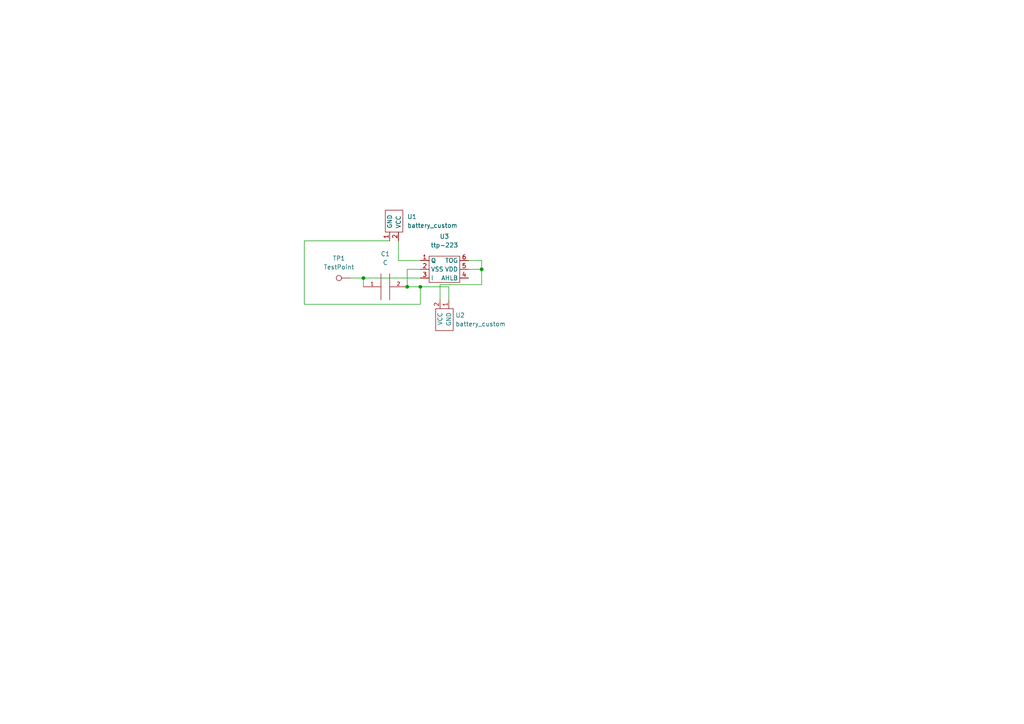
<source format=kicad_sch>
(kicad_sch (version 20211123) (generator eeschema)
  (paper "A4")
  (lib_symbols
    (symbol "Connector:TestPoint" (pin_numbers hide) (pin_names (offset 0.762) hide)
      (property "Reference" "TP" (at 0 6.858 0))
      (property "Value" "TestPoint" (at 0 5.08 0))
      (symbol "TestPoint_0_1"
        (circle (center 0 3.302) (radius 0.762))
      )
      (symbol "TestPoint_1_1"
        (pin passive line (at 0 0 90) (length 2.54) (name "1") (number "1"))
      )
    )
    (symbol "battery_custom:battery_custom" (pin_names (offset 1.016))
      (property "Reference" "U" (at 3.81 3.81 90))
      (property "Value" "battery_custom" (at -5.08 3.81 90))
      (symbol "battery_custom_0_1"
        (rectangle (start -2.54 0) (end 2.54 6.35))
      )
      (symbol "battery_custom_1_1"
        (pin input line (at -1.27 -2.54 90) (length 2.54) (name "GND") (number "1"))
        (pin input line (at 1.27 -2.54 90) (length 2.54) (name "VCC") (number "2"))
      )
    )
    (symbol "pspice:C" (pin_names (offset 0.254))
      (property "Reference" "C" (at 2.54 3.81 90))
      (property "Value" "C" (at 2.54 -3.81 90))
      (symbol "C_0_1"
        (polyline (pts (xy -3.81 -1.27) (xy 3.81 -1.27)))
        (polyline (pts (xy -3.81 1.27) (xy 3.81 1.27)))
      )
      (symbol "C_1_1"
        (pin passive line (at 0 6.35 270) (length 5.08) (name "~") (number "1"))
        (pin passive line (at 0 -6.35 90) (length 5.08) (name "~") (number "2"))
      )
    )
    (symbol "ttp223:ttp-223"
      (property "Reference" "U" (at 0 -7.62 0))
      (property "Value" "ttp-223" (at 0 -5.08 0))
      (symbol "ttp-223_0_1"
        (rectangle (start -5.08 3.81) (end 3.81 -3.81))
      )
      (symbol "ttp-223_1_1"
        (pin input line (at -7.62 2.54 0) (length 2.54) (name "Q") (number "1"))
        (pin input line (at -7.62 0 0) (length 2.54) (name "VSS") (number "2"))
        (pin input line (at -7.62 -2.54 0) (length 2.54) (name "I") (number "3"))
        (pin output line (at 6.35 -2.54 180) (length 2.54) (name "AHLB") (number "4"))
        (pin input line (at 6.35 0 180) (length 2.54) (name "VDD") (number "5"))
        (pin output line (at 6.35 2.54 180) (length 2.54) (name "TOG") (number "6"))
      )
    )
  )
  (junction (at 105.41 80.645))
  (junction (at 118.11 83.185))
  (junction (at 139.7 78.105))
  (junction (at 121.92 83.185))
  (wire (pts (xy 121.92 83.185) (xy 118.11 83.185)))
  (wire (pts (xy 121.92 88.265) (xy 121.92 83.185)))
  (wire (pts (xy 139.7 82.55) (xy 139.7 78.105)))
  (wire (pts (xy 127.635 86.995) (xy 127.635 82.55)))
  (wire (pts (xy 115.57 75.565) (xy 115.57 69.85)))
  (wire (pts (xy 88.265 88.265) (xy 121.92 88.265)))
  (wire (pts (xy 139.7 75.565) (xy 139.7 78.105)))
  (wire (pts (xy 139.7 78.105) (xy 135.89 78.105)))
  (wire (pts (xy 118.11 83.185) (xy 118.11 78.105)))
  (wire (pts (xy 101.6 80.645) (xy 105.41 80.645)))
  (wire (pts (xy 118.11 78.105) (xy 121.92 78.105)))
  (wire (pts (xy 135.89 75.565) (xy 139.7 75.565)))
  (wire (pts (xy 127.635 82.55) (xy 139.7 82.55)))
  (wire (pts (xy 113.03 69.85) (xy 88.265 69.85)))
  (wire (pts (xy 130.175 83.185) (xy 121.92 83.185)))
  (wire (pts (xy 130.175 86.995) (xy 130.175 83.185)))
  (wire (pts (xy 88.265 69.85) (xy 88.265 88.265)))
  (wire (pts (xy 105.41 80.645) (xy 121.92 80.645)))
  (wire (pts (xy 121.92 75.565) (xy 115.57 75.565)))
  (wire (pts (xy 105.41 80.645) (xy 105.41 83.185)))
  (symbol (lib_id "pspice:C") (at 111.76 83.185 90) (unit 1)
    (property "Reference" "C1" (at 111.76 73.66 90))
    (property "Value" "C" (at 111.76 76.2 90))
    (property "Footprint" "Capacitor_SMD:C_0603_1608Metric_Pad1.08x0.95mm_HandSolder" (effects hide))
  )
  (symbol (lib_id "battery_custom:battery_custom") (at 128.905 89.535 180) (unit 1)
    (property "Reference" "U2" (at 132.08 91.4399 0) (effects (justify right)))
    (property "Value" "battery_custom" (at 132.08 93.9799 0) (effects (justify right)))
    (property "Footprint" "battery_connector_custom:vcc_gnd_2pin_custom_thin" (effects hide))
  )
  (symbol (lib_id "ttp223:ttp-223") (at 129.54 78.105 0) (unit 1)
    (property "Reference" "U3" (at 128.905 68.58 0))
    (property "Value" "ttp-223" (at 128.905 71.12 0))
    (property "Footprint" "Package_TO_SOT_SMD:SOT-23-6_Handsoldering" (effects hide))
  )
  (symbol (lib_id "battery_custom:battery_custom") (at 114.3 67.31 0) (unit 1)
    (property "Reference" "U1" (at 118.11 62.8649 0) (effects (justify left)))
    (property "Value" "battery_custom" (at 118.11 65.4049 0) (effects (justify left)))
    (property "Footprint" "battery_connector_custom:vcc_gnd_2pin_custom_thin" (effects hide))
  )
  (symbol (lib_id "Connector:TestPoint") (at 101.6 80.645 90) (unit 1)
    (property "Reference" "TP1" (at 98.298 74.93 90))
    (property "Value" "TestPoint" (at 98.298 77.47 90))
    (property "Footprint" "custom_connectors:1mm_test_point" (effects hide))
  )
)
</source>
